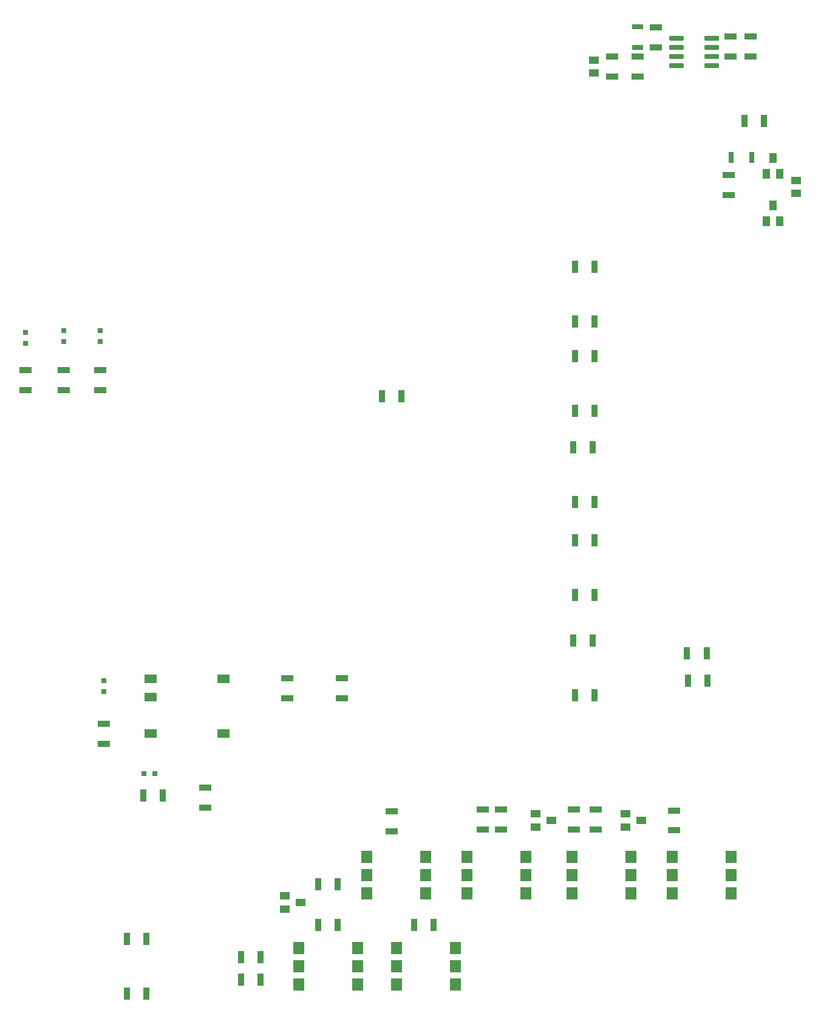
<source format=gtp>
G04*
G04 #@! TF.GenerationSoftware,Altium Limited,Altium Designer,22.11.1 (43)*
G04*
G04 Layer_Color=8421504*
%FSLAX44Y44*%
%MOMM*%
G71*
G04*
G04 #@! TF.SameCoordinates,B54C2437-7CCA-4C96-8E11-22E7B733F24C*
G04*
G04*
G04 #@! TF.FilePolarity,Positive*
G04*
G01*
G75*
%ADD21R,1.7018X0.9144*%
%ADD22R,0.8000X0.8000*%
%ADD23R,1.5492X0.6524*%
%ADD24R,0.6524X1.5492*%
G04:AMPARAMS|DCode=25|XSize=1.97mm|YSize=0.6mm|CornerRadius=0.075mm|HoleSize=0mm|Usage=FLASHONLY|Rotation=0.000|XOffset=0mm|YOffset=0mm|HoleType=Round|Shape=RoundedRectangle|*
%AMROUNDEDRECTD25*
21,1,1.9700,0.4500,0,0,0.0*
21,1,1.8200,0.6000,0,0,0.0*
1,1,0.1500,0.9100,-0.2250*
1,1,0.1500,-0.9100,-0.2250*
1,1,0.1500,-0.9100,0.2250*
1,1,0.1500,0.9100,0.2250*
%
%ADD25ROUNDEDRECTD25*%
%ADD26R,0.9144X1.7018*%
%ADD27R,1.0000X1.4000*%
%ADD28R,1.4300X1.1000*%
%ADD29R,0.8000X0.8000*%
%ADD30R,1.5200X1.7800*%
%ADD31R,1.4000X1.0000*%
%ADD32R,1.8000X1.2000*%
D21*
X355600Y936244D02*
D03*
Y963676D02*
D03*
X302260Y936244D02*
D03*
Y963676D02*
D03*
X406400Y936244D02*
D03*
Y963676D02*
D03*
X1285240Y1401064D02*
D03*
Y1428496D02*
D03*
X1313180Y1401064D02*
D03*
Y1428496D02*
D03*
X1181100Y1413764D02*
D03*
Y1441196D02*
D03*
X1282700Y1208024D02*
D03*
Y1235456D02*
D03*
X1155700Y1373124D02*
D03*
Y1400556D02*
D03*
X1120140Y1373124D02*
D03*
Y1400556D02*
D03*
X411480Y443484D02*
D03*
Y470916D02*
D03*
X1097280Y351536D02*
D03*
Y324104D02*
D03*
X965200D02*
D03*
Y351536D02*
D03*
X939800Y324104D02*
D03*
Y351536D02*
D03*
X552450Y354584D02*
D03*
Y382016D02*
D03*
X742950Y506984D02*
D03*
Y534416D02*
D03*
X666750Y506984D02*
D03*
Y534416D02*
D03*
X812800Y348996D02*
D03*
Y321564D02*
D03*
X1206500Y350266D02*
D03*
Y322834D02*
D03*
X1066800Y324104D02*
D03*
Y351536D02*
D03*
D22*
X302260Y1015880D02*
D03*
Y1000880D02*
D03*
X355600Y1018420D02*
D03*
Y1003420D02*
D03*
X406400Y1018420D02*
D03*
Y1003420D02*
D03*
X411480Y530740D02*
D03*
Y515740D02*
D03*
D23*
X1155700Y1413218D02*
D03*
Y1441742D02*
D03*
D24*
X1286218Y1259840D02*
D03*
X1314742D02*
D03*
D25*
X1259140Y1426210D02*
D03*
Y1413510D02*
D03*
Y1400810D02*
D03*
Y1388110D02*
D03*
X1209740D02*
D03*
Y1400810D02*
D03*
Y1413510D02*
D03*
Y1426210D02*
D03*
D26*
X1304544Y1310640D02*
D03*
X1331976D02*
D03*
X493776Y370840D02*
D03*
X466344D02*
D03*
X1253236Y530860D02*
D03*
X1225804D02*
D03*
X1065784Y586740D02*
D03*
X1093216D02*
D03*
X1251712Y568960D02*
D03*
X1224280D02*
D03*
X1068324Y510540D02*
D03*
X1095756D02*
D03*
X1068324Y1107440D02*
D03*
X1095756D02*
D03*
X1068324Y1031240D02*
D03*
X1095756D02*
D03*
X1068324Y982980D02*
D03*
X1095756D02*
D03*
X1068324Y906780D02*
D03*
X1095756D02*
D03*
X1065784Y855980D02*
D03*
X1093216D02*
D03*
X1068324Y779780D02*
D03*
X1095756D02*
D03*
X1068324Y726440D02*
D03*
X1095756D02*
D03*
X1068324Y650240D02*
D03*
X1095756D02*
D03*
X629666Y114300D02*
D03*
X602234D02*
D03*
X629666Y146050D02*
D03*
X602234D02*
D03*
X737616Y190500D02*
D03*
X710184D02*
D03*
X870966D02*
D03*
X843534D02*
D03*
X826516Y927100D02*
D03*
X799084D02*
D03*
X737616Y247650D02*
D03*
X710184D02*
D03*
X443484Y171450D02*
D03*
X470916D02*
D03*
X443484Y95250D02*
D03*
X470916D02*
D03*
D27*
X1334820Y1170940D02*
D03*
X1353820D02*
D03*
X1344320Y1192940D02*
D03*
Y1258980D02*
D03*
X1353820Y1236980D02*
D03*
X1334820D02*
D03*
D28*
X1094740Y1377960D02*
D03*
Y1395720D02*
D03*
X1376680Y1228080D02*
D03*
Y1210320D02*
D03*
D29*
X482480Y401320D02*
D03*
X467480D02*
D03*
D30*
X765150Y158750D02*
D03*
Y107950D02*
D03*
Y133350D02*
D03*
X682650Y158750D02*
D03*
Y107950D02*
D03*
Y133350D02*
D03*
X917600Y234950D02*
D03*
Y285750D02*
D03*
Y260350D02*
D03*
X1000100Y234950D02*
D03*
Y285750D02*
D03*
Y260350D02*
D03*
X901700Y158750D02*
D03*
Y107950D02*
D03*
Y133350D02*
D03*
X819200Y158750D02*
D03*
Y107950D02*
D03*
Y133350D02*
D03*
X1285850Y260350D02*
D03*
Y285750D02*
D03*
Y234950D02*
D03*
X1203350Y260350D02*
D03*
Y285750D02*
D03*
Y234950D02*
D03*
X1063650D02*
D03*
Y285750D02*
D03*
Y260350D02*
D03*
X1146150Y234950D02*
D03*
Y285750D02*
D03*
Y260350D02*
D03*
X860400D02*
D03*
Y285750D02*
D03*
Y234950D02*
D03*
X777900Y260350D02*
D03*
Y285750D02*
D03*
Y234950D02*
D03*
D31*
X685800Y222250D02*
D03*
X663800Y212750D02*
D03*
Y231750D02*
D03*
X1013050Y346050D02*
D03*
Y327050D02*
D03*
X1035050Y336550D02*
D03*
X1138350Y346050D02*
D03*
Y327050D02*
D03*
X1160350Y336550D02*
D03*
D32*
X578050Y533400D02*
D03*
Y457200D02*
D03*
X476050D02*
D03*
Y508000D02*
D03*
Y533400D02*
D03*
M02*

</source>
